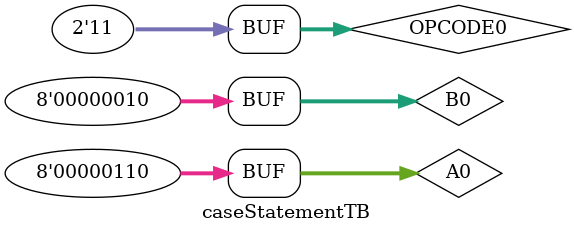
<source format=v>
module caseStatementTB;
  reg [7:0] A0, B0, OUT0;
  reg [1:0] OPCODE0;
  
  caseStatement ALU(.OPCODE(OPCODE0), .A(A0), .B(B0), .OUT(OUT0));
  
  initial
    begin
      #5 A0=8'b00000011; B0=8'b00000010; OPCODE0= 2'b00;
      #5 A0=8'b00000111; B0=8'b00000010; OPCODE0= 2'b01;
      #5 A0=8'b00000110; B0=8'b00000010; OPCODE0= 2'b10;
      #5 A0=8'b00000110; B0=8'b00000010; OPCODE0= 2'b11;
    end
  
  initial
    begin
      $monitor($time," OPCODE=%b, A=%b, B=%b, Ouput=%b", OPCODE0, A0, B0, OUT0);
    end
endmodule
</source>
